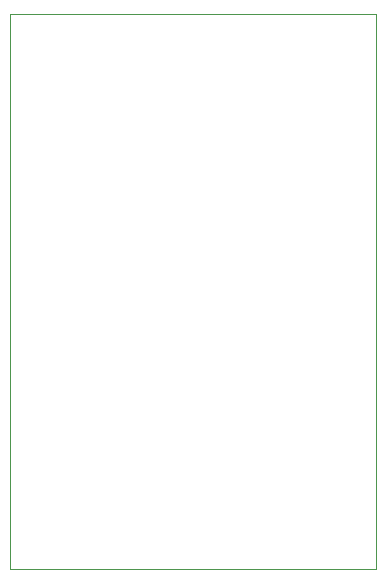
<source format=gm1>
%TF.GenerationSoftware,KiCad,Pcbnew,9.0.0*%
%TF.CreationDate,2025-04-28T20:10:05+02:00*%
%TF.ProjectId,OOS - optyczny odbiornik sygnalow,4f4f5320-2d20-46f7-9074-79637a6e7920,rev?*%
%TF.SameCoordinates,Original*%
%TF.FileFunction,Profile,NP*%
%FSLAX46Y46*%
G04 Gerber Fmt 4.6, Leading zero omitted, Abs format (unit mm)*
G04 Created by KiCad (PCBNEW 9.0.0) date 2025-04-28 20:10:05*
%MOMM*%
%LPD*%
G01*
G04 APERTURE LIST*
%TA.AperFunction,Profile*%
%ADD10C,0.100000*%
%TD*%
G04 APERTURE END LIST*
D10*
X172920000Y-72380000D02*
X203920000Y-72380000D01*
X203920000Y-119380000D01*
X172920000Y-119380000D01*
X172920000Y-72380000D01*
M02*

</source>
